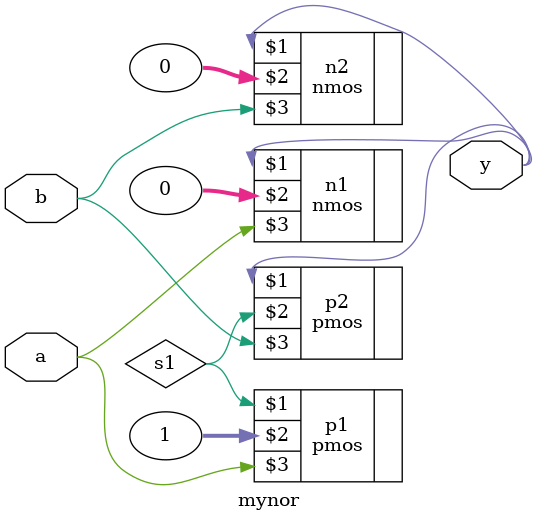
<source format=v>
module mynor (y,a,b);

input a,b;
output y;
wire y,s1;

pmos p1 (s1,1,a);
pmos p2 (y,s1,b);
nmos n1 (y,0,a);
nmos n2 (y,0,b);


endmodule
</source>
